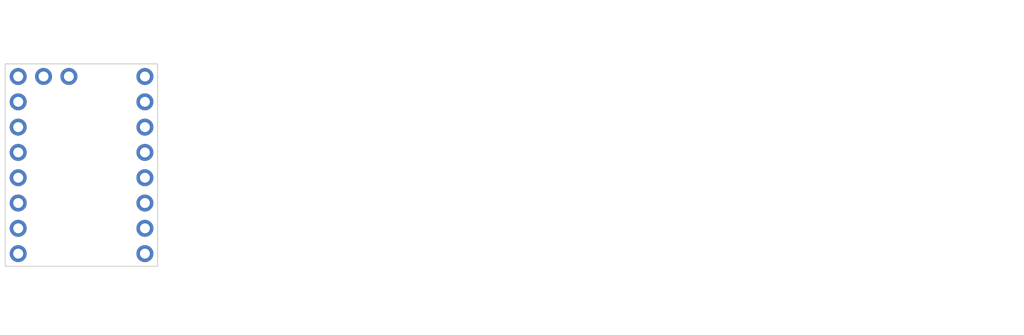
<source format=kicad_pcb>
(kicad_pcb (version 20240108) (generator "pcbnew") (generator_version "8.0")
  (title_block (title "Generic Stepstick") (date "2024-08-16") (rev "V1.0") (company "Quandra") (comment 1 "Author(s): Phil & Emiel"))
  (layers (0 "F.Cu" signal) (31 "B.Cu" signal) (34 "B.Paste" user) (35 "F.Paste" user) (36 "B.SilkS" user "B.Silkscreen") (37 "F.SilkS" user "F.Silkscreen") (38 "B.Mask" user) (39 "F.Mask" user) (44 "Edge.Cuts" user))
  (net 0 "")
  (net 1 "/DIR")
  (net 2 "/STEP")
  (net 3 "GNDREF")
  (net 4 "/A1")
  (net 5 "/B1")
  (net 6 "/B2")
  (net 7 "VIO")
  (net 8 "/A2")
  (net 9 "/~{ENABLE}")
  (net 10 "/DIAG1")
  (net 11 "/DIAG0")
  (net 12 "/DC0")
  (net 13 "/CFG0")
  (net 14 "/CFG2")
  (net 15 "/CFG3")
  (net 16 "/CFG1")
  (net 17 "VMOT")
  (footprint "Connector_PinHeader_2.54mm:PinHeader_1x08_P2.54mm_Vertical" (layer "B.Cu") (at 143.3 84.875 180)
    (property "Reference" "J1" (hide yes))
    (property "Value" "Conn_01x08_Pin" (hide yes))
    (pad "1" thru_hole circle (at 0 0 180) (size 1.7 1.7) (drill 1) (layers "*.Cu" "*.Mask") (net 9 "/~{ENABLE}"))
    (pad "2" thru_hole oval (at 0 -2.54 180) (size 1.7 1.7) (drill 1) (layers "*.Cu" "*.Mask") (net 16 "/CFG1"))
    (pad "3" thru_hole oval (at 0 -5.08 180) (size 1.7 1.7) (drill 1) (layers "*.Cu" "*.Mask") (net 14 "/CFG2"))
    (pad "4" thru_hole oval (at 0 -7.62 180) (size 1.7 1.7) (drill 1) (layers "*.Cu" "*.Mask") (net 15 "/CFG3"))
    (pad "5" thru_hole oval (at 0 -10.16 180) (size 1.7 1.7) (drill 1) (layers "*.Cu" "*.Mask") (net 13 "/CFG0"))
    (pad "6" thru_hole oval (at 0 -12.7 180) (size 1.7 1.7) (drill 1) (layers "*.Cu" "*.Mask") (net 12 "/DC0"))
    (pad "7" thru_hole oval (at 0 -15.24 180) (size 1.7 1.7) (drill 1) (layers "*.Cu" "*.Mask") (net 2 "/STEP"))
    (pad "8" thru_hole oval (at 0 -17.78 180) (size 1.7 1.7) (drill 1) (layers "*.Cu" "*.Mask") (net 1 "/DIR"))
  )
  (footprint "Connector_PinHeader_2.54mm:PinHeader_1x08_P2.54mm_Vertical" (layer "B.Cu") (at 156 84.875 180)
    (property "Reference" "J2" (hide yes))
    (property "Value" "Conn_01x08_Pin" (hide yes))
    (pad "1" thru_hole circle (at 0 0 180) (size 1.7 1.7) (drill 1) (layers "*.Cu" "*.Mask") (net 17 "VMOT"))
    (pad "2" thru_hole oval (at 0 -2.54 180) (size 1.7 1.7) (drill 1) (layers "*.Cu" "*.Mask") (net 3 "GNDREF"))
    (pad "3" thru_hole oval (at 0 -5.08 180) (size 1.7 1.7) (drill 1) (layers "*.Cu" "*.Mask") (net 8 "/A2"))
    (pad "4" thru_hole oval (at 0 -7.62 180) (size 1.7 1.7) (drill 1) (layers "*.Cu" "*.Mask") (net 4 "/A1"))
    (pad "5" thru_hole oval (at 0 -10.16 180) (size 1.7 1.7) (drill 1) (layers "*.Cu" "*.Mask") (net 5 "/B1"))
    (pad "6" thru_hole oval (at 0 -12.7 180) (size 1.7 1.7) (drill 1) (layers "*.Cu" "*.Mask") (net 6 "/B2"))
    (pad "7" thru_hole oval (at 0 -15.24 180) (size 1.7 1.7) (drill 1) (layers "*.Cu" "*.Mask") (net 7 "VIO"))
    (pad "8" thru_hole oval (at 0 -17.78 180) (size 1.7 1.7) (drill 1) (layers "*.Cu" "*.Mask") (net 3 "GNDREF"))
  )
  (footprint "Connector_PinHeader_2.54mm:PinHeader_1x02_P2.54mm_Vertical" (layer "B.Cu") (at 145.84 84.87 -90)
    (property "Reference" "J3" (hide yes))
    (property "Value" "Conn_01x02_Pin" (hide yes))
    (pad "1" thru_hole circle (at 0 0 270) (size 1.7 1.7) (drill 1) (layers "*.Cu" "*.Mask") (net 11 "/DIAG0"))
    (pad "2" thru_hole oval (at 0 -2.54 270) (size 1.7 1.7) (drill 1) (layers "*.Cu" "*.Mask") (net 10 "/DIAG1"))
  )
  (gr_rect (start 142 83.605) (end 157.27 103.925) (stroke (width 0.1)) (fill none) (layer "Edge.Cuts"))
)
</source>
